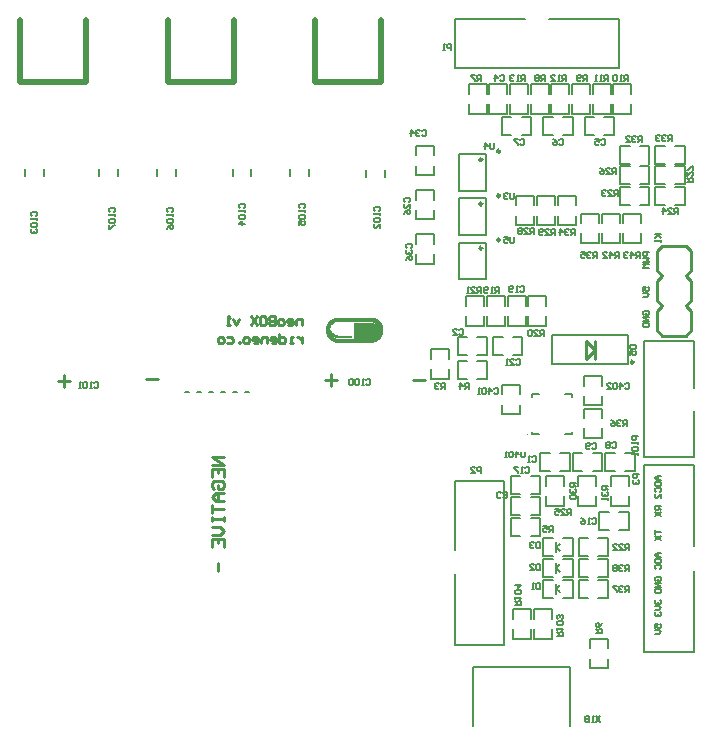
<source format=gbo>
G04 Layer_Color=32896*
%FSLAX25Y25*%
%MOIN*%
G70*
G01*
G75*
%ADD30C,0.01000*%
%ADD87C,0.00984*%
%ADD89C,0.00700*%
%ADD90C,0.00787*%
%ADD91C,0.00500*%
%ADD126C,0.00394*%
%ADD127C,0.01968*%
%ADD128C,0.00100*%
D30*
X-33941Y-111327D02*
Y-111327D01*
X-36894Y-108374D02*
X-33941Y-111327D01*
X-36894Y-114279D02*
Y-108374D01*
Y-114279D02*
X-33941Y-111327D01*
Y-114279D02*
Y-108374D01*
X-11575Y-106693D02*
X-3701D01*
X-1890Y-104882D01*
Y-98504D01*
X-3701Y-96693D02*
X-1890Y-98504D01*
X-3701Y-96693D02*
X-1890Y-94882D01*
Y-88504D01*
X-3701Y-86693D02*
X-1890Y-88504D01*
X-3701Y-86693D02*
X-1890Y-84882D01*
Y-78504D01*
X-3701Y-76693D02*
X-1890Y-78504D01*
X-11575Y-76693D02*
X-3701D01*
X-13386Y-78504D02*
X-11575Y-76693D01*
X-13386Y-84882D02*
Y-78504D01*
Y-84882D02*
X-11575Y-86693D01*
X-13386Y-88504D02*
X-11575Y-86693D01*
X-13386Y-94882D02*
Y-88504D01*
Y-94882D02*
X-11575Y-96693D01*
X-13386Y-98504D02*
X-11575Y-96693D01*
X-13386Y-104882D02*
Y-98504D01*
Y-104882D02*
X-11575Y-106693D01*
X-131709Y-107237D02*
Y-109236D01*
Y-108237D01*
X-132209Y-107737D01*
X-132708Y-107237D01*
X-133208D01*
X-134708Y-109236D02*
X-135707D01*
X-135207D01*
Y-107237D01*
X-134708D01*
X-139206Y-106237D02*
Y-109236D01*
X-137707D01*
X-137207Y-108736D01*
Y-107737D01*
X-137707Y-107237D01*
X-139206D01*
X-141705Y-109236D02*
X-140706D01*
X-140206Y-108736D01*
Y-107737D01*
X-140706Y-107237D01*
X-141705D01*
X-142205Y-107737D01*
Y-108237D01*
X-140206D01*
X-143205Y-109236D02*
Y-107237D01*
X-144704D01*
X-145204Y-107737D01*
Y-109236D01*
X-147704D02*
X-146704D01*
X-146204Y-108736D01*
Y-107737D01*
X-146704Y-107237D01*
X-147704D01*
X-148203Y-107737D01*
Y-108237D01*
X-146204D01*
X-149703Y-109236D02*
X-150703D01*
X-151202Y-108736D01*
Y-107737D01*
X-150703Y-107237D01*
X-149703D01*
X-149203Y-107737D01*
Y-108736D01*
X-149703Y-109236D01*
X-152202D02*
Y-108736D01*
X-152702D01*
Y-109236D01*
X-152202D01*
X-156701Y-107237D02*
X-155201D01*
X-154701Y-107737D01*
Y-108736D01*
X-155201Y-109236D01*
X-156701D01*
X-158200D02*
X-159200D01*
X-159700Y-108736D01*
Y-107737D01*
X-159200Y-107237D01*
X-158200D01*
X-157700Y-107737D01*
Y-108736D01*
X-158200Y-109236D01*
X-131709Y-103237D02*
Y-101238D01*
X-133208D01*
X-133708Y-101738D01*
Y-103237D01*
X-136207D02*
X-135207D01*
X-134708Y-102737D01*
Y-101738D01*
X-135207Y-101238D01*
X-136207D01*
X-136707Y-101738D01*
Y-102238D01*
X-134708D01*
X-138207Y-103237D02*
X-139206D01*
X-139706Y-102737D01*
Y-101738D01*
X-139206Y-101238D01*
X-138207D01*
X-137707Y-101738D01*
Y-102737D01*
X-138207Y-103237D01*
X-140706Y-100238D02*
Y-103237D01*
X-142205D01*
X-142705Y-102737D01*
Y-102238D01*
X-142205Y-101738D01*
X-140706D01*
X-142205D01*
X-142705Y-101238D01*
Y-100738D01*
X-142205Y-100238D01*
X-140706D01*
X-145204D02*
X-144205D01*
X-143705Y-100738D01*
Y-102737D01*
X-144205Y-103237D01*
X-145204D01*
X-145704Y-102737D01*
Y-100738D01*
X-145204Y-100238D01*
X-146704D02*
X-148703Y-103237D01*
Y-100238D02*
X-146704Y-103237D01*
X-152702Y-101238D02*
X-153701Y-103237D01*
X-154701Y-101238D01*
X-155701Y-103237D02*
X-156701D01*
X-156201D01*
Y-100238D01*
X-155701Y-100738D01*
X-157480Y-147244D02*
X-161479D01*
X-157480Y-149910D01*
X-161479D01*
Y-153909D02*
Y-151243D01*
X-157480D01*
Y-153909D01*
X-159480Y-151243D02*
Y-152576D01*
X-160813Y-157907D02*
X-161479Y-157241D01*
Y-155908D01*
X-160813Y-155242D01*
X-158147D01*
X-157480Y-155908D01*
Y-157241D01*
X-158147Y-157907D01*
X-159480D01*
Y-156574D01*
X-157480Y-159240D02*
X-160146D01*
X-161479Y-160573D01*
X-160146Y-161906D01*
X-157480D01*
X-159480D01*
Y-159240D01*
X-161479Y-163239D02*
Y-165905D01*
Y-164572D01*
X-157480D01*
X-161479Y-167238D02*
Y-168571D01*
Y-167904D01*
X-157480D01*
Y-167238D01*
Y-168571D01*
X-161479Y-170570D02*
X-158813D01*
X-157480Y-171903D01*
X-158813Y-173236D01*
X-161479D01*
Y-177234D02*
Y-174569D01*
X-157480D01*
Y-177234D01*
X-159480Y-174569D02*
Y-175901D01*
Y-182566D02*
Y-185232D01*
X-94488Y-121503D02*
X-90490D01*
X-124016D02*
X-120017D01*
X-122016Y-123502D02*
Y-119504D01*
X-212992Y-121897D02*
X-208993D01*
X-210993Y-123896D02*
Y-119897D01*
X-183465Y-121109D02*
X-179466D01*
D87*
X-20965Y-115453D02*
G03*
X-20965Y-115453I-492J0D01*
G01*
X-65551Y-74705D02*
G03*
X-65551Y-74705I-492J0D01*
G01*
X-71457Y-77461D02*
G03*
X-71457Y-77461I-492J0D01*
G01*
X-65551Y-59941D02*
G03*
X-65551Y-59941I-492J0D01*
G01*
X-71457Y-62697D02*
G03*
X-71457Y-62697I-492J0D01*
G01*
X-65551Y-45177D02*
G03*
X-65551Y-45177I-492J0D01*
G01*
X-71457Y-47933D02*
G03*
X-71457Y-47933I-492J0D01*
G01*
D89*
X-74410Y-236811D02*
Y-216929D01*
X-59134D01*
X-42126D01*
Y-236811D02*
Y-216929D01*
X-48228Y-115945D02*
Y-106496D01*
Y-115945D02*
X-23031D01*
Y-106496D01*
X-48228D02*
X-23031D01*
X-29549Y-187056D02*
Y-181056D01*
X-39349Y-187056D02*
Y-181056D01*
Y-187056D02*
X-36189D01*
X-39349Y-181056D02*
X-36189D01*
X-32739D02*
X-29549D01*
X-32739Y-187056D02*
X-29549D01*
Y-193946D02*
Y-187946D01*
X-39349Y-193946D02*
Y-187946D01*
Y-193946D02*
X-36189D01*
X-39349Y-187946D02*
X-36189D01*
X-32739D02*
X-29549D01*
X-32739Y-193946D02*
X-29549D01*
X-29549Y-180166D02*
Y-174166D01*
X-39349Y-180166D02*
Y-174166D01*
Y-180166D02*
X-36189D01*
X-39349Y-174166D02*
X-36189D01*
X-32739D02*
X-29549D01*
X-32739Y-180166D02*
X-29549D01*
X-61987Y-173276D02*
Y-167276D01*
X-52187Y-173276D02*
Y-167276D01*
X-55347D02*
X-52187D01*
X-55347Y-173276D02*
X-52187D01*
X-61987D02*
X-58797D01*
X-61987Y-167276D02*
X-58797D01*
X-51160Y-180166D02*
Y-174166D01*
X-41360Y-180166D02*
Y-174166D01*
X-44520D02*
X-41360D01*
X-44520Y-180166D02*
X-41360D01*
X-51160D02*
X-47970D01*
X-51160Y-174166D02*
X-47970D01*
X-46860Y-177166D02*
X-45660Y-175966D01*
X-46860Y-177166D02*
X-45660Y-178366D01*
X-46860Y-178866D02*
Y-175466D01*
X-51160Y-187056D02*
Y-181056D01*
X-41360Y-187056D02*
Y-181056D01*
X-44520D02*
X-41360D01*
X-44520Y-187056D02*
X-41360D01*
X-51160D02*
X-47970D01*
X-51160Y-181056D02*
X-47970D01*
X-46860Y-184056D02*
X-45660Y-182856D01*
X-46860Y-184056D02*
X-45660Y-185256D01*
X-46860Y-185756D02*
Y-182356D01*
Y-192646D02*
Y-189246D01*
Y-190946D02*
X-45660Y-192146D01*
X-46860Y-190946D02*
X-45660Y-189746D01*
X-51160Y-193946D02*
Y-187946D01*
X-41360Y-193946D02*
Y-187946D01*
X-44520D02*
X-41360D01*
X-44520Y-193946D02*
X-41360D01*
X-51160D02*
X-47970D01*
X-51160Y-187946D02*
X-47970D01*
X-52187Y-166386D02*
Y-160386D01*
X-61987Y-166386D02*
Y-160386D01*
Y-166386D02*
X-58827D01*
X-61987Y-160386D02*
X-58827D01*
X-55377D02*
X-52187D01*
X-55377Y-166386D02*
X-52187Y-166386D01*
X-61268Y-197856D02*
X-55268D01*
X-61268Y-207656D02*
X-55268D01*
Y-204496D01*
X-61268Y-207656D02*
Y-204496D01*
Y-201046D02*
Y-197856D01*
X-55268Y-201046D02*
Y-197856D01*
X-54181D02*
X-48181D01*
X-54181Y-207656D02*
X-48181D01*
Y-204496D01*
X-54181Y-207656D02*
Y-204496D01*
Y-201046D02*
Y-197856D01*
X-48181Y-201046D02*
Y-197856D01*
X-24654Y-75766D02*
X-18654D01*
X-24654Y-65966D02*
X-18654D01*
X-24654Y-69126D02*
Y-65966D01*
X-18654Y-69126D02*
Y-65966D01*
Y-75766D02*
Y-72576D01*
X-24654Y-75766D02*
Y-72576D01*
X-31543Y-75766D02*
X-25543D01*
X-31543Y-65966D02*
X-25543D01*
X-31543Y-69126D02*
Y-65966D01*
X-25543Y-69126D02*
Y-65966D01*
Y-75766D02*
Y-72576D01*
X-31543Y-75766D02*
Y-72576D01*
X-38433Y-75766D02*
X-32433D01*
X-38433Y-65966D02*
X-32433D01*
X-38433Y-69126D02*
Y-65966D01*
X-32433Y-69126D02*
Y-65966D01*
Y-75766D02*
Y-72576D01*
X-38433Y-75766D02*
Y-72576D01*
X-46307Y-69861D02*
X-40307D01*
X-46307Y-60061D02*
X-40307D01*
X-46307Y-63221D02*
Y-60061D01*
X-40307Y-63221D02*
Y-60061D01*
Y-69861D02*
Y-66671D01*
X-46307Y-69861D02*
Y-66671D01*
X-3958Y-49260D02*
Y-43260D01*
X-13758Y-49260D02*
Y-43260D01*
Y-49260D02*
X-10598D01*
X-13758Y-43260D02*
X-10598D01*
X-7148D02*
X-3958D01*
X-7148Y-49260D02*
X-3958D01*
X-25569D02*
Y-43260D01*
X-15769Y-49260D02*
Y-43260D01*
X-18929D02*
X-15769D01*
X-25569Y-49260D02*
X-22379D01*
X-25569Y-43260D02*
X-22379D01*
X-60087Y-69861D02*
X-54087D01*
X-60087Y-60061D02*
X-54087D01*
X-60087Y-63221D02*
Y-60061D01*
X-54087Y-63221D02*
Y-60061D01*
Y-69861D02*
Y-66671D01*
X-60087Y-69861D02*
Y-66671D01*
X-3958Y-56150D02*
Y-50150D01*
X-13758Y-56150D02*
Y-50150D01*
Y-56150D02*
X-10598D01*
X-13758Y-50150D02*
X-10598D01*
X-7148D02*
X-3958D01*
X-7148Y-56150D02*
X-3958D01*
X-25569D02*
Y-50150D01*
X-15769Y-56150D02*
Y-50150D01*
X-18929D02*
X-15769D01*
X-18929Y-56150D02*
X-15769D01*
X-25569D02*
X-22379D01*
X-25569Y-50150D02*
X-22379D01*
X-3958Y-63039D02*
Y-57039D01*
X-13758Y-63039D02*
Y-57039D01*
Y-63039D02*
X-10598D01*
X-13758Y-57039D02*
X-10598D01*
X-7148D02*
X-3958D01*
X-7148Y-63039D02*
X-3958D01*
X-25569D02*
Y-57039D01*
X-15769Y-63039D02*
Y-57039D01*
X-18929D02*
X-15769D01*
X-18929Y-63039D02*
X-15769D01*
X-25569D02*
X-22379D01*
X-25569Y-57039D02*
X-22379D01*
X-76819Y-93525D02*
X-70819D01*
X-76819Y-103325D02*
X-70819D01*
Y-100165D01*
X-76819Y-103325D02*
Y-100165D01*
Y-96715D02*
Y-93525D01*
X-70819Y-96715D02*
Y-93525D01*
X-56150D02*
X-50150D01*
X-56150Y-103325D02*
X-50150D01*
Y-100165D01*
X-56150Y-103325D02*
Y-100165D01*
Y-96715D02*
Y-93525D01*
X-50150Y-96715D02*
Y-93525D01*
X-69929D02*
X-63929D01*
X-69929Y-103325D02*
X-63929D01*
Y-100165D01*
X-69929Y-103325D02*
Y-100165D01*
Y-96715D02*
Y-93525D01*
X-63929Y-96715D02*
Y-93525D01*
X-62252Y-32600D02*
X-56252D01*
X-62252Y-22800D02*
X-56252D01*
X-62252Y-25960D02*
Y-22800D01*
X-56252Y-25960D02*
Y-22800D01*
Y-32600D02*
Y-29410D01*
X-62252Y-32600D02*
Y-29410D01*
X-48472Y-32600D02*
X-42472D01*
X-48472Y-22800D02*
X-42472D01*
X-48472Y-25960D02*
Y-22800D01*
X-42472Y-25960D02*
Y-22800D01*
Y-32600D02*
Y-29410D01*
X-48472Y-32600D02*
Y-29410D01*
X-34693Y-32600D02*
X-28693D01*
X-34693Y-22800D02*
X-28693D01*
X-34693Y-25960D02*
Y-22800D01*
X-28693Y-25960D02*
Y-22800D01*
Y-32600D02*
Y-29410D01*
X-34693Y-32600D02*
Y-29410D01*
X-27803Y-22800D02*
X-21803D01*
X-27803Y-32600D02*
X-21803D01*
Y-29440D01*
X-27803Y-32600D02*
Y-29440D01*
Y-25990D02*
Y-22800D01*
X-21803Y-25990D02*
Y-22800D01*
X-41583D02*
X-35583D01*
X-41583Y-32600D02*
X-35583D01*
Y-29440D01*
X-41583Y-32600D02*
Y-29440D01*
Y-25990D02*
Y-22800D01*
X-35583Y-25990D02*
Y-22800D01*
X-55362D02*
X-49362D01*
X-55362Y-32600D02*
X-49362D01*
Y-29440D01*
X-55362Y-32600D02*
Y-29440D01*
Y-25990D02*
Y-22800D01*
X-49362Y-25990D02*
Y-22800D01*
X-76032Y-32600D02*
X-70031D01*
X-76032Y-22800D02*
X-70031D01*
X-76032Y-25960D02*
Y-22800D01*
X-70031Y-25960D02*
Y-22800D01*
Y-32600D02*
Y-29410D01*
X-76032Y-32600D02*
Y-29410D01*
X-79703Y-121111D02*
Y-115111D01*
X-69902Y-121111D02*
Y-115111D01*
X-73062D02*
X-69902D01*
X-73062Y-121111D02*
X-69902D01*
X-79703D02*
X-76512D01*
X-79703Y-115111D02*
X-76512D01*
X-88630Y-121042D02*
X-82630D01*
X-88630Y-111242D02*
X-82630D01*
X-88630Y-114402D02*
Y-111242D01*
X-82630Y-114402D02*
Y-111242D01*
Y-121042D02*
Y-117852D01*
X-88630Y-121042D02*
Y-117852D01*
X-984Y-176772D02*
Y-149606D01*
X-17520D02*
X-984D01*
X-17520Y-212205D02*
Y-149606D01*
Y-212205D02*
X-984D01*
Y-185039D01*
X-80709Y-178150D02*
Y-154921D01*
X-64173D01*
Y-209646D02*
Y-154921D01*
X-80709Y-209646D02*
X-64173D01*
X-80709D02*
Y-186024D01*
X-49212Y-984D02*
X-25984D01*
Y-17519D02*
Y-984D01*
X-80708Y-17519D02*
X-25984D01*
X-80708D02*
Y-984D01*
X-57086D01*
X-985Y-124016D02*
Y-108268D01*
X-17520D02*
X-985D01*
X-17520Y-147244D02*
Y-108268D01*
Y-147244D02*
X-985D01*
Y-131890D01*
X-67892Y-113236D02*
Y-107236D01*
X-58092Y-113236D02*
Y-107236D01*
X-61252D02*
X-58092D01*
X-61252Y-113236D02*
X-58092D01*
X-67892D02*
X-64702D01*
X-67892Y-107236D02*
X-64702D01*
X-63039Y-93525D02*
X-57039D01*
X-63039Y-103325D02*
X-57039D01*
Y-100165D01*
X-63039Y-103325D02*
Y-100165D01*
Y-96715D02*
Y-93525D01*
X-57039Y-96715D02*
Y-93525D01*
X-52187Y-159496D02*
Y-153496D01*
X-61987Y-159496D02*
Y-153496D01*
Y-159496D02*
X-58827D01*
X-61987Y-153496D02*
X-58827D01*
X-55377D02*
X-52187D01*
X-55377Y-159496D02*
X-52187D01*
X-22659Y-171307D02*
Y-165307D01*
X-32459Y-171307D02*
Y-165307D01*
Y-171307D02*
X-29299D01*
X-32459Y-165307D02*
X-29299D01*
X-25849D02*
X-22659D01*
X-25849Y-171307D02*
X-22659D01*
X-55139Y-39670D02*
Y-33670D01*
X-64939Y-39670D02*
Y-33670D01*
Y-39670D02*
X-61779D01*
X-64939Y-33670D02*
X-61779D01*
X-58329D02*
X-55139D01*
X-58329Y-39670D02*
X-55139D01*
X-41360D02*
Y-33670D01*
X-51160Y-39670D02*
Y-33670D01*
Y-39670D02*
X-48000D01*
X-51160Y-33670D02*
X-48000D01*
X-44550D02*
X-41360D01*
X-44550Y-39670D02*
X-41360D01*
X-27580D02*
Y-33670D01*
X-37380Y-39670D02*
Y-33670D01*
Y-39670D02*
X-34220D01*
X-37380Y-33670D02*
X-34220D01*
X-30770D02*
X-27580D01*
X-30770Y-39670D02*
X-27580D01*
X-69142Y-22800D02*
X-63142D01*
X-69142Y-32600D02*
X-63142D01*
Y-29440D01*
X-69142Y-32600D02*
Y-29440D01*
Y-25990D02*
Y-22800D01*
X-63142Y-25990D02*
Y-22800D01*
X-69902Y-113237D02*
Y-107237D01*
X-79703Y-113237D02*
Y-107237D01*
Y-113237D02*
X-76543D01*
X-79703Y-107237D02*
X-76543D01*
X-73093D02*
X-69902D01*
X-73093Y-113237D02*
X-69902D01*
X-65008Y-132853D02*
Y-129663D01*
X-59008Y-132853D02*
Y-129663D01*
Y-126213D02*
Y-123053D01*
X-65008Y-126213D02*
Y-123053D01*
X-59008D01*
X-65008Y-132853D02*
X-59008D01*
X-29677Y-210888D02*
Y-207698D01*
X-35677Y-210888D02*
Y-207698D01*
Y-217498D02*
Y-214338D01*
X-29677Y-217498D02*
Y-214338D01*
X-35677Y-217498D02*
X-29677D01*
X-35677Y-207698D02*
X-29677D01*
X-53197Y-69861D02*
Y-66671D01*
X-47197Y-69861D02*
Y-66671D01*
Y-63221D02*
Y-60061D01*
X-53197Y-63221D02*
Y-60061D01*
X-47197D01*
X-53197Y-69861D02*
X-47197D01*
X-93551Y-82656D02*
X-87551D01*
X-93551Y-72856D02*
X-87551D01*
X-93551Y-76016D02*
Y-72856D01*
X-87551Y-76016D02*
Y-72856D01*
Y-82656D02*
Y-79466D01*
X-93551Y-82656D02*
Y-79466D01*
X-30491Y-151622D02*
Y-145622D01*
X-20691Y-151622D02*
Y-145622D01*
X-23851D02*
X-20691D01*
X-23851Y-151622D02*
X-20691D01*
X-30491D02*
X-27301D01*
X-30491Y-145622D02*
X-27301D01*
X-93551Y-53128D02*
X-87551D01*
X-93551Y-43328D02*
X-87551D01*
X-93551Y-46488D02*
Y-43328D01*
X-87551Y-46488D02*
Y-43328D01*
Y-53128D02*
Y-49938D01*
X-93551Y-53128D02*
Y-49938D01*
X-41317Y-151622D02*
Y-145622D01*
X-31517Y-151622D02*
Y-145622D01*
X-34677D02*
X-31517D01*
X-34677Y-151622D02*
X-31517D01*
X-41317D02*
X-38127D01*
X-41317Y-145622D02*
X-38127D01*
X-93551Y-67892D02*
X-87551D01*
X-93551Y-58092D02*
X-87551D01*
X-93551Y-61252D02*
Y-58092D01*
X-87551Y-61252D02*
Y-58092D01*
Y-67892D02*
Y-64702D01*
X-93551Y-67892D02*
Y-64702D01*
X-52144Y-151622D02*
Y-145622D01*
X-42344Y-151622D02*
Y-145622D01*
X-45504D02*
X-42344D01*
X-45504Y-151622D02*
X-42344D01*
X-52144D02*
X-48954D01*
X-52144Y-145622D02*
X-48954D01*
X-28591Y-163365D02*
Y-160175D01*
X-22591Y-163365D02*
Y-160175D01*
Y-156725D02*
Y-153565D01*
X-28591Y-156725D02*
Y-153565D01*
X-22591D01*
X-28591Y-163365D02*
X-22591D01*
X-39417D02*
Y-160175D01*
X-33417Y-163365D02*
Y-160175D01*
Y-156725D02*
Y-153565D01*
X-39417Y-156725D02*
Y-153565D01*
X-33417D01*
X-39417Y-163365D02*
X-33417D01*
X-50244D02*
Y-160175D01*
X-44244Y-163365D02*
Y-160175D01*
Y-156725D02*
Y-153565D01*
X-50244Y-156725D02*
Y-153565D01*
X-44244D01*
X-50244Y-163365D02*
X-44244D01*
X-37449Y-129900D02*
Y-126710D01*
X-31449Y-129900D02*
Y-126710D01*
Y-123260D02*
Y-120100D01*
X-37449Y-123260D02*
Y-120100D01*
X-31449D01*
X-37449Y-129900D02*
X-31449D01*
X-37449Y-140727D02*
X-31449D01*
X-37449Y-130927D02*
X-31449D01*
X-37449Y-134087D02*
Y-130927D01*
X-31449Y-134087D02*
Y-130927D01*
Y-140727D02*
Y-137537D01*
X-37449Y-140727D02*
Y-137537D01*
D90*
X-199213Y-53543D02*
Y-51181D01*
X-192913Y-53543D02*
Y-51181D01*
X-54921Y-139567D02*
Y-138779D01*
Y-126969D02*
Y-126181D01*
X-41535Y-139567D02*
Y-138779D01*
Y-126969D02*
Y-126181D01*
X-54921Y-139567D02*
X-52539D01*
X-43917D02*
X-41535D01*
X-54921Y-126181D02*
X-52539D01*
X-43917D02*
X-41535D01*
X-110236Y-53642D02*
Y-51279D01*
X-103937Y-53642D02*
Y-51279D01*
X-224016Y-53543D02*
Y-51181D01*
X-217717Y-53543D02*
Y-51181D01*
X-148425Y-53543D02*
Y-51181D01*
X-154724Y-53543D02*
Y-51181D01*
X-129134Y-53543D02*
Y-51181D01*
X-135433Y-53543D02*
Y-51181D01*
X-179921Y-53543D02*
Y-51181D01*
X-173622Y-53543D02*
Y-51181D01*
X-79331Y-75590D02*
X-70276D01*
X-79331Y-87795D02*
X-70276D01*
Y-75590D01*
X-79331Y-87795D02*
Y-75590D01*
Y-60827D02*
X-70276D01*
X-79331Y-73032D02*
X-70276D01*
Y-60827D01*
X-79331Y-73032D02*
Y-60827D01*
Y-46063D02*
X-70276D01*
X-79331Y-58268D02*
X-70276D01*
Y-46063D01*
X-79331Y-58268D02*
Y-46063D01*
D91*
X-23228Y-136614D02*
Y-134615D01*
X-24228D01*
X-24561Y-134948D01*
Y-135615D01*
X-24228Y-135948D01*
X-23228D01*
X-23895D02*
X-24561Y-136614D01*
X-25228Y-134948D02*
X-25561Y-134615D01*
X-26227D01*
X-26561Y-134948D01*
Y-135281D01*
X-26227Y-135615D01*
X-25894D01*
X-26227D01*
X-26561Y-135948D01*
Y-136281D01*
X-26227Y-136614D01*
X-25561D01*
X-25228Y-136281D01*
X-28560Y-134615D02*
X-27893Y-134948D01*
X-27227Y-135615D01*
Y-136281D01*
X-27560Y-136614D01*
X-28227D01*
X-28560Y-136281D01*
Y-135948D01*
X-28227Y-135615D01*
X-27227D01*
X-23774Y-122743D02*
X-23441Y-122410D01*
X-22774D01*
X-22441Y-122743D01*
Y-124076D01*
X-22774Y-124409D01*
X-23441D01*
X-23774Y-124076D01*
X-25440Y-124409D02*
Y-122410D01*
X-24440Y-123410D01*
X-25773D01*
X-26440Y-122743D02*
X-26773Y-122410D01*
X-27439D01*
X-27773Y-122743D01*
Y-124076D01*
X-27439Y-124409D01*
X-26773D01*
X-26440Y-124076D01*
Y-122743D01*
X-29772Y-124409D02*
X-28439D01*
X-29772Y-123076D01*
Y-122743D01*
X-29439Y-122410D01*
X-28772D01*
X-28439Y-122743D01*
X-67716Y-42489D02*
Y-44155D01*
X-68050Y-44488D01*
X-68716D01*
X-69049Y-44155D01*
Y-42489D01*
X-70716Y-44488D02*
Y-42489D01*
X-69716Y-43488D01*
X-71049D01*
X-61024Y-59024D02*
Y-60690D01*
X-61357Y-61024D01*
X-62023D01*
X-62357Y-60690D01*
Y-59024D01*
X-63023Y-59358D02*
X-63356Y-59024D01*
X-64023D01*
X-64356Y-59358D01*
Y-59691D01*
X-64023Y-60024D01*
X-63689D01*
X-64023D01*
X-64356Y-60357D01*
Y-60690D01*
X-64023Y-61024D01*
X-63356D01*
X-63023Y-60690D01*
X-61024Y-73591D02*
Y-75257D01*
X-61357Y-75590D01*
X-62023D01*
X-62357Y-75257D01*
Y-73591D01*
X-64356D02*
X-63023D01*
Y-74591D01*
X-63689Y-74258D01*
X-64023D01*
X-64356Y-74591D01*
Y-75257D01*
X-64023Y-75590D01*
X-63356D01*
X-63023Y-75257D01*
X-41732Y-166535D02*
Y-164536D01*
X-42732D01*
X-43065Y-164869D01*
Y-165536D01*
X-42732Y-165869D01*
X-41732D01*
X-42399D02*
X-43065Y-166535D01*
X-45064D02*
X-43732D01*
X-45064Y-165202D01*
Y-164869D01*
X-44731Y-164536D01*
X-44065D01*
X-43732Y-164869D01*
X-47064Y-164536D02*
X-45731D01*
Y-165536D01*
X-46397Y-165202D01*
X-46731D01*
X-47064Y-165536D01*
Y-166202D01*
X-46731Y-166535D01*
X-46064D01*
X-45731Y-166202D01*
X-40157Y-155905D02*
X-42157D01*
Y-156905D01*
X-41824Y-157238D01*
X-41157D01*
X-40824Y-156905D01*
Y-155905D01*
Y-156572D02*
X-40157Y-157238D01*
X-41824Y-157905D02*
X-42157Y-158238D01*
Y-158905D01*
X-41824Y-159238D01*
X-41490D01*
X-41157Y-158905D01*
Y-158571D01*
Y-158905D01*
X-40824Y-159238D01*
X-40491D01*
X-40157Y-158905D01*
Y-158238D01*
X-40491Y-157905D01*
X-41824Y-159904D02*
X-42157Y-160237D01*
Y-160904D01*
X-41824Y-161237D01*
X-40491D01*
X-40157Y-160904D01*
Y-160237D01*
X-40491Y-159904D01*
X-41824D01*
X-29528Y-156693D02*
X-31527D01*
Y-157693D01*
X-31194Y-158026D01*
X-30527D01*
X-30194Y-157693D01*
Y-156693D01*
Y-157359D02*
X-29528Y-158026D01*
X-31194Y-158692D02*
X-31527Y-159026D01*
Y-159692D01*
X-31194Y-160025D01*
X-30860D01*
X-30527Y-159692D01*
Y-159359D01*
Y-159692D01*
X-30194Y-160025D01*
X-29861D01*
X-29528Y-159692D01*
Y-159026D01*
X-29861Y-158692D01*
X-29528Y-160692D02*
Y-161358D01*
Y-161025D01*
X-31527D01*
X-31194Y-160692D01*
X-54876Y-147153D02*
X-54543Y-146820D01*
X-53877D01*
X-53543Y-147153D01*
Y-148486D01*
X-53877Y-148819D01*
X-54543D01*
X-54876Y-148486D01*
X-55543Y-148819D02*
X-56209D01*
X-55876D01*
Y-146820D01*
X-55543Y-147153D01*
X-97335Y-61963D02*
X-97669Y-61630D01*
Y-60963D01*
X-97335Y-60630D01*
X-96003D01*
X-95669Y-60963D01*
Y-61630D01*
X-96003Y-61963D01*
X-95669Y-63962D02*
Y-62629D01*
X-97002Y-63962D01*
X-97335D01*
X-97669Y-63629D01*
Y-62963D01*
X-97335Y-62629D01*
X-97669Y-65961D02*
X-97335Y-65295D01*
X-96669Y-64629D01*
X-96003D01*
X-95669Y-64962D01*
Y-65628D01*
X-96003Y-65961D01*
X-96336D01*
X-96669Y-65628D01*
Y-64629D01*
X-34797Y-142822D02*
X-34464Y-142489D01*
X-33798D01*
X-33465Y-142822D01*
Y-144155D01*
X-33798Y-144488D01*
X-34464D01*
X-34797Y-144155D01*
X-35464D02*
X-35797Y-144488D01*
X-36464D01*
X-36797Y-144155D01*
Y-142822D01*
X-36464Y-142489D01*
X-35797D01*
X-35464Y-142822D01*
Y-143155D01*
X-35797Y-143489D01*
X-36797D01*
X-91490Y-38491D02*
X-91157Y-38158D01*
X-90491D01*
X-90158Y-38491D01*
Y-39824D01*
X-90491Y-40157D01*
X-91157D01*
X-91490Y-39824D01*
X-92157Y-38491D02*
X-92490Y-38158D01*
X-93156D01*
X-93490Y-38491D01*
Y-38825D01*
X-93156Y-39158D01*
X-92823D01*
X-93156D01*
X-93490Y-39491D01*
Y-39824D01*
X-93156Y-40157D01*
X-92490D01*
X-92157Y-39824D01*
X-95156Y-40157D02*
Y-38158D01*
X-94156Y-39158D01*
X-95489D01*
X-28105Y-142428D02*
X-27771Y-142095D01*
X-27105D01*
X-26772Y-142428D01*
Y-143761D01*
X-27105Y-144095D01*
X-27771D01*
X-28105Y-143761D01*
X-28771Y-142428D02*
X-29104Y-142095D01*
X-29771D01*
X-30104Y-142428D01*
Y-142762D01*
X-29771Y-143095D01*
X-30104Y-143428D01*
Y-143761D01*
X-29771Y-144095D01*
X-29104D01*
X-28771Y-143761D01*
Y-143428D01*
X-29104Y-143095D01*
X-28771Y-142762D01*
Y-142428D01*
X-29104Y-143095D02*
X-29771D01*
X-96548Y-77317D02*
X-96881Y-76984D01*
Y-76318D01*
X-96548Y-75984D01*
X-95215D01*
X-94882Y-76318D01*
Y-76984D01*
X-95215Y-77317D01*
X-96548Y-77984D02*
X-96881Y-78317D01*
Y-78983D01*
X-96548Y-79317D01*
X-96215D01*
X-95882Y-78983D01*
Y-78650D01*
Y-78983D01*
X-95548Y-79317D01*
X-95215D01*
X-94882Y-78983D01*
Y-78317D01*
X-95215Y-77984D01*
X-96881Y-81316D02*
X-96548Y-80649D01*
X-95882Y-79983D01*
X-95215D01*
X-94882Y-80316D01*
Y-80983D01*
X-95215Y-81316D01*
X-95548D01*
X-95882Y-80983D01*
Y-79983D01*
X-176272Y-65506D02*
X-176606Y-65173D01*
Y-64506D01*
X-176272Y-64173D01*
X-174940D01*
X-174606Y-64506D01*
Y-65173D01*
X-174940Y-65506D01*
X-174606Y-66173D02*
Y-66839D01*
Y-66506D01*
X-176606D01*
X-176272Y-66173D01*
Y-67839D02*
X-176606Y-68172D01*
Y-68838D01*
X-176272Y-69172D01*
X-174940D01*
X-174606Y-68838D01*
Y-68172D01*
X-174940Y-67839D01*
X-176272D01*
X-176606Y-71171D02*
X-176272Y-70504D01*
X-175606Y-69838D01*
X-174940D01*
X-174606Y-70171D01*
Y-70838D01*
X-174940Y-71171D01*
X-175273D01*
X-175606Y-70838D01*
Y-69838D01*
X-132375Y-63931D02*
X-132708Y-63598D01*
Y-62932D01*
X-132375Y-62598D01*
X-131042D01*
X-130709Y-62932D01*
Y-63598D01*
X-131042Y-63931D01*
X-130709Y-64598D02*
Y-65264D01*
Y-64931D01*
X-132708D01*
X-132375Y-64598D01*
Y-66264D02*
X-132708Y-66597D01*
Y-67264D01*
X-132375Y-67597D01*
X-131042D01*
X-130709Y-67264D01*
Y-66597D01*
X-131042Y-66264D01*
X-132375D01*
X-132708Y-69596D02*
Y-68263D01*
X-131708D01*
X-132042Y-68930D01*
Y-69263D01*
X-131708Y-69596D01*
X-131042D01*
X-130709Y-69263D01*
Y-68597D01*
X-131042Y-68263D01*
X-152257Y-63931D02*
X-152590Y-63598D01*
Y-62932D01*
X-152257Y-62598D01*
X-150924D01*
X-150591Y-62932D01*
Y-63598D01*
X-150924Y-63931D01*
X-150591Y-64598D02*
Y-65264D01*
Y-64931D01*
X-152590D01*
X-152257Y-64598D01*
Y-66264D02*
X-152590Y-66597D01*
Y-67264D01*
X-152257Y-67597D01*
X-150924D01*
X-150591Y-67264D01*
Y-66597D01*
X-150924Y-66264D01*
X-152257D01*
X-150591Y-69263D02*
X-152590D01*
X-151590Y-68263D01*
Y-69596D01*
X-221548Y-66687D02*
X-221881Y-66354D01*
Y-65688D01*
X-221548Y-65354D01*
X-220215D01*
X-219882Y-65688D01*
Y-66354D01*
X-220215Y-66687D01*
X-219882Y-67354D02*
Y-68020D01*
Y-67687D01*
X-221881D01*
X-221548Y-67354D01*
Y-69020D02*
X-221881Y-69353D01*
Y-70020D01*
X-221548Y-70353D01*
X-220215D01*
X-219882Y-70020D01*
Y-69353D01*
X-220215Y-69020D01*
X-221548D01*
Y-71019D02*
X-221881Y-71352D01*
Y-72019D01*
X-221548Y-72352D01*
X-221215D01*
X-220882Y-72019D01*
Y-71686D01*
Y-72019D01*
X-220548Y-72352D01*
X-220215D01*
X-219882Y-72019D01*
Y-71352D01*
X-220215Y-71019D01*
X-107178Y-65211D02*
X-107511Y-64878D01*
Y-64211D01*
X-107178Y-63878D01*
X-105845D01*
X-105512Y-64211D01*
Y-64878D01*
X-105845Y-65211D01*
X-105512Y-65877D02*
Y-66544D01*
Y-66211D01*
X-107511D01*
X-107178Y-65877D01*
Y-67543D02*
X-107511Y-67877D01*
Y-68543D01*
X-107178Y-68876D01*
X-105845D01*
X-105512Y-68543D01*
Y-67877D01*
X-105845Y-67543D01*
X-107178D01*
X-105512Y-70876D02*
Y-69543D01*
X-106845Y-70876D01*
X-107178D01*
X-107511Y-70542D01*
Y-69876D01*
X-107178Y-69543D01*
X-47244Y-73228D02*
Y-71229D01*
X-48244D01*
X-48577Y-71562D01*
Y-72229D01*
X-48244Y-72562D01*
X-47244D01*
X-47910D02*
X-48577Y-73228D01*
X-50576D02*
X-49243D01*
X-50576Y-71895D01*
Y-71562D01*
X-50243Y-71229D01*
X-49577D01*
X-49243Y-71562D01*
X-51243Y-72895D02*
X-51576Y-73228D01*
X-52242D01*
X-52576Y-72895D01*
Y-71562D01*
X-52242Y-71229D01*
X-51576D01*
X-51243Y-71562D01*
Y-71895D01*
X-51576Y-72229D01*
X-52576D01*
X-201018Y-122350D02*
X-200685Y-122016D01*
X-200019D01*
X-199685Y-122350D01*
Y-123683D01*
X-200019Y-124016D01*
X-200685D01*
X-201018Y-123683D01*
X-201685Y-124016D02*
X-202351D01*
X-202018D01*
Y-122016D01*
X-201685Y-122350D01*
X-203351D02*
X-203684Y-122016D01*
X-204351D01*
X-204684Y-122350D01*
Y-123683D01*
X-204351Y-124016D01*
X-203684D01*
X-203351Y-123683D01*
Y-122350D01*
X-205350Y-124016D02*
X-206017D01*
X-205683D01*
Y-122016D01*
X-205350Y-122350D01*
X-110388Y-121562D02*
X-110055Y-121229D01*
X-109388D01*
X-109055Y-121562D01*
Y-122895D01*
X-109388Y-123228D01*
X-110055D01*
X-110388Y-122895D01*
X-111055Y-123228D02*
X-111721D01*
X-111388D01*
Y-121229D01*
X-111055Y-121562D01*
X-112721D02*
X-113054Y-121229D01*
X-113720D01*
X-114053Y-121562D01*
Y-122895D01*
X-113720Y-123228D01*
X-113054D01*
X-112721Y-122895D01*
Y-121562D01*
X-114720D02*
X-115053Y-121229D01*
X-115720D01*
X-116053Y-121562D01*
Y-122895D01*
X-115720Y-123228D01*
X-115053D01*
X-114720Y-122895D01*
Y-121562D01*
X-33661Y-205709D02*
X-31662D01*
Y-204709D01*
X-31995Y-204376D01*
X-32662D01*
X-32995Y-204709D01*
Y-205709D01*
Y-205042D02*
X-33661Y-204376D01*
X-31662Y-202376D02*
X-31995Y-203043D01*
X-32662Y-203709D01*
X-33328D01*
X-33661Y-203376D01*
Y-202710D01*
X-33328Y-202376D01*
X-32995D01*
X-32662Y-202710D01*
Y-203709D01*
X-67475Y-124318D02*
X-67141Y-123985D01*
X-66475D01*
X-66142Y-124318D01*
Y-125651D01*
X-66475Y-125984D01*
X-67141D01*
X-67475Y-125651D01*
X-69141Y-125984D02*
Y-123985D01*
X-68141Y-124985D01*
X-69474D01*
X-70140Y-124318D02*
X-70474Y-123985D01*
X-71140D01*
X-71473Y-124318D01*
Y-125651D01*
X-71140Y-125984D01*
X-70474D01*
X-70140Y-125651D01*
Y-124318D01*
X-72140Y-125984D02*
X-72806D01*
X-72473D01*
Y-123985D01*
X-72140Y-124318D01*
X-79286Y-104633D02*
X-78952Y-104300D01*
X-78286D01*
X-77953Y-104633D01*
Y-105966D01*
X-78286Y-106299D01*
X-78952D01*
X-79286Y-105966D01*
X-81285Y-106299D02*
X-79952D01*
X-81285Y-104966D01*
Y-104633D01*
X-80952Y-104300D01*
X-80285D01*
X-79952Y-104633D01*
X-65506Y-20128D02*
X-65173Y-19795D01*
X-64507D01*
X-64173Y-20128D01*
Y-21461D01*
X-64507Y-21794D01*
X-65173D01*
X-65506Y-21461D01*
X-67172Y-21794D02*
Y-19795D01*
X-66173Y-20795D01*
X-67506D01*
X-32042Y-41247D02*
X-31708Y-40914D01*
X-31042D01*
X-30709Y-41247D01*
Y-42580D01*
X-31042Y-42913D01*
X-31708D01*
X-32042Y-42580D01*
X-34041Y-40914D02*
X-32708D01*
Y-41914D01*
X-33375Y-41581D01*
X-33708D01*
X-34041Y-41914D01*
Y-42580D01*
X-33708Y-42913D01*
X-33041D01*
X-32708Y-42580D01*
X-45821Y-41247D02*
X-45488Y-40914D01*
X-44821D01*
X-44488Y-41247D01*
Y-42580D01*
X-44821Y-42913D01*
X-45488D01*
X-45821Y-42580D01*
X-47820Y-40914D02*
X-47154Y-41247D01*
X-46488Y-41914D01*
Y-42580D01*
X-46821Y-42913D01*
X-47487D01*
X-47820Y-42580D01*
Y-42247D01*
X-47487Y-41914D01*
X-46488D01*
X-58813Y-41247D02*
X-58480Y-40914D01*
X-57814D01*
X-57480Y-41247D01*
Y-42580D01*
X-57814Y-42913D01*
X-58480D01*
X-58813Y-42580D01*
X-59480Y-40914D02*
X-60813D01*
Y-41247D01*
X-59480Y-42580D01*
Y-42913D01*
X-34797Y-167625D02*
X-34464Y-167292D01*
X-33798D01*
X-33465Y-167625D01*
Y-168958D01*
X-33798Y-169291D01*
X-34464D01*
X-34797Y-168958D01*
X-35464Y-169291D02*
X-36130D01*
X-35797D01*
Y-167292D01*
X-35464Y-167625D01*
X-38463Y-167292D02*
X-37797Y-167625D01*
X-37130Y-168292D01*
Y-168958D01*
X-37463Y-169291D01*
X-38130D01*
X-38463Y-168958D01*
Y-168625D01*
X-38130Y-168292D01*
X-37130D01*
X-57238Y-150696D02*
X-56905Y-150363D01*
X-56239D01*
X-55905Y-150696D01*
Y-152029D01*
X-56239Y-152362D01*
X-56905D01*
X-57238Y-152029D01*
X-57905Y-152362D02*
X-58571D01*
X-58238D01*
Y-150363D01*
X-57905Y-150696D01*
X-59571Y-150363D02*
X-60904D01*
Y-150696D01*
X-59571Y-152029D01*
Y-152362D01*
X-58813Y-90460D02*
X-58480Y-90127D01*
X-57814D01*
X-57480Y-90460D01*
Y-91793D01*
X-57814Y-92126D01*
X-58480D01*
X-58813Y-91793D01*
X-59480Y-92126D02*
X-60146D01*
X-59813D01*
Y-90127D01*
X-59480Y-90460D01*
X-61146Y-91793D02*
X-61479Y-92126D01*
X-62146D01*
X-62479Y-91793D01*
Y-90460D01*
X-62146Y-90127D01*
X-61479D01*
X-61146Y-90460D01*
Y-90793D01*
X-61479Y-91126D01*
X-62479D01*
X-60388Y-114869D02*
X-60055Y-114536D01*
X-59388D01*
X-59055Y-114869D01*
Y-116202D01*
X-59388Y-116535D01*
X-60055D01*
X-60388Y-116202D01*
X-62387Y-116535D02*
X-61054D01*
X-62387Y-115202D01*
Y-114869D01*
X-62054Y-114536D01*
X-61388D01*
X-61054Y-114869D01*
X-63054Y-116535D02*
X-63720D01*
X-63387D01*
Y-114536D01*
X-63054Y-114869D01*
X-22275Y-109646D02*
X-20276D01*
Y-110645D01*
X-20609Y-110979D01*
X-21942D01*
X-22275Y-110645D01*
Y-109646D01*
Y-112978D02*
Y-111645D01*
X-21275D01*
X-21609Y-112311D01*
Y-112645D01*
X-21275Y-112978D01*
X-20609D01*
X-20276Y-112645D01*
Y-111978D01*
X-20609Y-111645D01*
X-19686Y-140157D02*
X-21685D01*
Y-141157D01*
X-21352Y-141490D01*
X-20685D01*
X-20352Y-141157D01*
Y-140157D01*
X-19686Y-142157D02*
Y-142823D01*
Y-142490D01*
X-21685D01*
X-21352Y-142157D01*
Y-143823D02*
X-21685Y-144156D01*
Y-144823D01*
X-21352Y-145156D01*
X-20019D01*
X-19686Y-144823D01*
Y-144156D01*
X-20019Y-143823D01*
X-21352D01*
X-19686Y-145822D02*
Y-146489D01*
Y-146156D01*
X-21685D01*
X-21352Y-145822D01*
X-81890Y-11417D02*
Y-9418D01*
X-82889D01*
X-83223Y-9751D01*
Y-10418D01*
X-82889Y-10751D01*
X-81890D01*
X-83889Y-11417D02*
X-84556D01*
X-84222D01*
Y-9418D01*
X-83889Y-9751D01*
X-71850Y-152559D02*
Y-150560D01*
X-72850D01*
X-73183Y-150893D01*
Y-151559D01*
X-72850Y-151893D01*
X-71850D01*
X-75183Y-152559D02*
X-73850D01*
X-75183Y-151226D01*
Y-150893D01*
X-74849Y-150560D01*
X-74183D01*
X-73850Y-150893D01*
X-19291Y-152756D02*
X-21291D01*
Y-153756D01*
X-20957Y-154089D01*
X-20291D01*
X-19958Y-153756D01*
Y-152756D01*
X-20957Y-154755D02*
X-21291Y-155088D01*
Y-155755D01*
X-20957Y-156088D01*
X-20624D01*
X-20291Y-155755D01*
Y-155422D01*
Y-155755D01*
X-19958Y-156088D01*
X-19625D01*
X-19291Y-155755D01*
Y-155088D01*
X-19625Y-154755D01*
X-83858Y-124409D02*
Y-122410D01*
X-84858D01*
X-85191Y-122743D01*
Y-123410D01*
X-84858Y-123743D01*
X-83858D01*
X-84525D02*
X-85191Y-124409D01*
X-85858Y-122743D02*
X-86191Y-122410D01*
X-86857D01*
X-87191Y-122743D01*
Y-123076D01*
X-86857Y-123410D01*
X-86524D01*
X-86857D01*
X-87191Y-123743D01*
Y-124076D01*
X-86857Y-124409D01*
X-86191D01*
X-85858Y-124076D01*
X-75984Y-124409D02*
Y-122410D01*
X-76984D01*
X-77317Y-122743D01*
Y-123410D01*
X-76984Y-123743D01*
X-75984D01*
X-76651D02*
X-77317Y-124409D01*
X-78983D02*
Y-122410D01*
X-77984Y-123410D01*
X-79317D01*
X-72047Y-21794D02*
Y-19795D01*
X-73047D01*
X-73380Y-20128D01*
Y-20795D01*
X-73047Y-21128D01*
X-72047D01*
X-72714D02*
X-73380Y-21794D01*
X-74047Y-19795D02*
X-75379D01*
Y-20128D01*
X-74047Y-21461D01*
Y-21794D01*
X-50394D02*
Y-19795D01*
X-51393D01*
X-51727Y-20128D01*
Y-20795D01*
X-51393Y-21128D01*
X-50394D01*
X-51060D02*
X-51727Y-21794D01*
X-52393Y-20128D02*
X-52726Y-19795D01*
X-53393D01*
X-53726Y-20128D01*
Y-20461D01*
X-53393Y-20795D01*
X-53726Y-21128D01*
Y-21461D01*
X-53393Y-21794D01*
X-52726D01*
X-52393Y-21461D01*
Y-21128D01*
X-52726Y-20795D01*
X-52393Y-20461D01*
Y-20128D01*
X-52726Y-20795D02*
X-53393D01*
X-36614Y-21794D02*
Y-19795D01*
X-37614D01*
X-37947Y-20128D01*
Y-20795D01*
X-37614Y-21128D01*
X-36614D01*
X-37281D02*
X-37947Y-21794D01*
X-38614Y-21461D02*
X-38947Y-21794D01*
X-39613D01*
X-39946Y-21461D01*
Y-20128D01*
X-39613Y-19795D01*
X-38947D01*
X-38614Y-20128D01*
Y-20461D01*
X-38947Y-20795D01*
X-39946D01*
X-22835Y-21794D02*
Y-19795D01*
X-23834D01*
X-24168Y-20128D01*
Y-20795D01*
X-23834Y-21128D01*
X-22835D01*
X-23501D02*
X-24168Y-21794D01*
X-24834D02*
X-25500D01*
X-25167D01*
Y-19795D01*
X-24834Y-20128D01*
X-26500D02*
X-26833Y-19795D01*
X-27500D01*
X-27833Y-20128D01*
Y-21461D01*
X-27500Y-21794D01*
X-26833D01*
X-26500Y-21461D01*
Y-20128D01*
X-29724Y-21794D02*
Y-19795D01*
X-30724D01*
X-31057Y-20128D01*
Y-20795D01*
X-30724Y-21128D01*
X-29724D01*
X-30391D02*
X-31057Y-21794D01*
X-31724D02*
X-32390D01*
X-32057D01*
Y-19795D01*
X-31724Y-20128D01*
X-33390Y-21794D02*
X-34056D01*
X-33723D01*
Y-19795D01*
X-33390Y-20128D01*
X-43504Y-21794D02*
Y-19795D01*
X-44504D01*
X-44837Y-20128D01*
Y-20795D01*
X-44504Y-21128D01*
X-43504D01*
X-44170D02*
X-44837Y-21794D01*
X-45503D02*
X-46170D01*
X-45836D01*
Y-19795D01*
X-45503Y-20128D01*
X-48502Y-21794D02*
X-47169D01*
X-48502Y-20461D01*
Y-20128D01*
X-48169Y-19795D01*
X-47503D01*
X-47169Y-20128D01*
X-57284Y-21794D02*
Y-19795D01*
X-58283D01*
X-58616Y-20128D01*
Y-20795D01*
X-58283Y-21128D01*
X-57284D01*
X-57950D02*
X-58616Y-21794D01*
X-59283D02*
X-59949D01*
X-59616D01*
Y-19795D01*
X-59283Y-20128D01*
X-60949D02*
X-61282Y-19795D01*
X-61949D01*
X-62282Y-20128D01*
Y-20461D01*
X-61949Y-20795D01*
X-61615D01*
X-61949D01*
X-62282Y-21128D01*
Y-21461D01*
X-61949Y-21794D01*
X-61282D01*
X-60949Y-21461D01*
X-65748Y-92520D02*
Y-90520D01*
X-66748D01*
X-67081Y-90854D01*
Y-91520D01*
X-66748Y-91853D01*
X-65748D01*
X-66414D02*
X-67081Y-92520D01*
X-67747D02*
X-68414D01*
X-68081D01*
Y-90520D01*
X-67747Y-90854D01*
X-69414Y-92186D02*
X-69747Y-92520D01*
X-70413D01*
X-70746Y-92186D01*
Y-90854D01*
X-70413Y-90520D01*
X-69747D01*
X-69414Y-90854D01*
Y-91187D01*
X-69747Y-91520D01*
X-70746D01*
X-50787Y-106693D02*
Y-104694D01*
X-51787D01*
X-52120Y-105027D01*
Y-105693D01*
X-51787Y-106026D01*
X-50787D01*
X-51454D02*
X-52120Y-106693D01*
X-54120D02*
X-52787D01*
X-54120Y-105360D01*
Y-105027D01*
X-53786Y-104694D01*
X-53120D01*
X-52787Y-105027D01*
X-54786D02*
X-55119Y-104694D01*
X-55786D01*
X-56119Y-105027D01*
Y-106360D01*
X-55786Y-106693D01*
X-55119D01*
X-54786Y-106360D01*
Y-105027D01*
X-72047Y-92520D02*
Y-90520D01*
X-73047D01*
X-73380Y-90854D01*
Y-91520D01*
X-73047Y-91853D01*
X-72047D01*
X-72714D02*
X-73380Y-92520D01*
X-75380D02*
X-74047D01*
X-75380Y-91187D01*
Y-90854D01*
X-75046Y-90520D01*
X-74380D01*
X-74047Y-90854D01*
X-76046Y-92520D02*
X-76712D01*
X-76379D01*
Y-90520D01*
X-76046Y-90854D01*
X-26378Y-60236D02*
Y-58237D01*
X-27378D01*
X-27711Y-58570D01*
Y-59237D01*
X-27378Y-59570D01*
X-26378D01*
X-27044D02*
X-27711Y-60236D01*
X-29710D02*
X-28377D01*
X-29710Y-58903D01*
Y-58570D01*
X-29377Y-58237D01*
X-28710D01*
X-28377Y-58570D01*
X-30377D02*
X-30710Y-58237D01*
X-31376D01*
X-31710Y-58570D01*
Y-58903D01*
X-31376Y-59237D01*
X-31043D01*
X-31376D01*
X-31710Y-59570D01*
Y-59903D01*
X-31376Y-60236D01*
X-30710D01*
X-30377Y-59903D01*
X-6299Y-66142D02*
Y-64142D01*
X-7299D01*
X-7632Y-64476D01*
Y-65142D01*
X-7299Y-65475D01*
X-6299D01*
X-6966D02*
X-7632Y-66142D01*
X-9631D02*
X-8299D01*
X-9631Y-64809D01*
Y-64476D01*
X-9298Y-64142D01*
X-8632D01*
X-8299Y-64476D01*
X-11298Y-66142D02*
Y-64142D01*
X-10298Y-65142D01*
X-11631D01*
X-26772Y-52756D02*
Y-50757D01*
X-27771D01*
X-28105Y-51090D01*
Y-51756D01*
X-27771Y-52090D01*
X-26772D01*
X-27438D02*
X-28105Y-52756D01*
X-30104D02*
X-28771D01*
X-30104Y-51423D01*
Y-51090D01*
X-29771Y-50757D01*
X-29104D01*
X-28771Y-51090D01*
X-32103Y-50757D02*
X-31437Y-51090D01*
X-30770Y-51756D01*
Y-52423D01*
X-31104Y-52756D01*
X-31770D01*
X-32103Y-52423D01*
Y-52090D01*
X-31770Y-51756D01*
X-30770D01*
X-3150Y-55512D02*
X-1150D01*
Y-54512D01*
X-1484Y-54179D01*
X-2150D01*
X-2483Y-54512D01*
Y-55512D01*
Y-54845D02*
X-3150Y-54179D01*
Y-52180D02*
Y-53513D01*
X-1817Y-52180D01*
X-1484D01*
X-1150Y-52513D01*
Y-53179D01*
X-1484Y-53513D01*
X-1150Y-51513D02*
Y-50180D01*
X-1484D01*
X-2816Y-51513D01*
X-3150D01*
X-54331Y-72835D02*
Y-70835D01*
X-55330D01*
X-55664Y-71169D01*
Y-71835D01*
X-55330Y-72168D01*
X-54331D01*
X-54997D02*
X-55664Y-72835D01*
X-57663D02*
X-56330D01*
X-57663Y-71502D01*
Y-71169D01*
X-57330Y-70835D01*
X-56663D01*
X-56330Y-71169D01*
X-58329D02*
X-58663Y-70835D01*
X-59329D01*
X-59662Y-71169D01*
Y-71502D01*
X-59329Y-71835D01*
X-59662Y-72168D01*
Y-72501D01*
X-59329Y-72835D01*
X-58663D01*
X-58329Y-72501D01*
Y-72168D01*
X-58663Y-71835D01*
X-58329Y-71502D01*
Y-71169D01*
X-58663Y-71835D02*
X-59329D01*
X-18110Y-42126D02*
Y-40127D01*
X-19110D01*
X-19443Y-40460D01*
Y-41126D01*
X-19110Y-41460D01*
X-18110D01*
X-18777D02*
X-19443Y-42126D01*
X-20110Y-40460D02*
X-20443Y-40127D01*
X-21109D01*
X-21442Y-40460D01*
Y-40793D01*
X-21109Y-41126D01*
X-20776D01*
X-21109D01*
X-21442Y-41460D01*
Y-41793D01*
X-21109Y-42126D01*
X-20443D01*
X-20110Y-41793D01*
X-23442Y-42126D02*
X-22109D01*
X-23442Y-40793D01*
Y-40460D01*
X-23109Y-40127D01*
X-22442D01*
X-22109Y-40460D01*
X-8268Y-41732D02*
Y-39733D01*
X-9267D01*
X-9601Y-40066D01*
Y-40733D01*
X-9267Y-41066D01*
X-8268D01*
X-8934D02*
X-9601Y-41732D01*
X-10267Y-40066D02*
X-10600Y-39733D01*
X-11267D01*
X-11600Y-40066D01*
Y-40399D01*
X-11267Y-40733D01*
X-10933D01*
X-11267D01*
X-11600Y-41066D01*
Y-41399D01*
X-11267Y-41732D01*
X-10600D01*
X-10267Y-41399D01*
X-12266Y-40066D02*
X-12600Y-39733D01*
X-13266D01*
X-13599Y-40066D01*
Y-40399D01*
X-13266Y-40733D01*
X-12933D01*
X-13266D01*
X-13599Y-41066D01*
Y-41399D01*
X-13266Y-41732D01*
X-12600D01*
X-12266Y-41399D01*
X-40551Y-73228D02*
Y-71229D01*
X-41551D01*
X-41884Y-71562D01*
Y-72229D01*
X-41551Y-72562D01*
X-40551D01*
X-41218D02*
X-41884Y-73228D01*
X-42551Y-71562D02*
X-42884Y-71229D01*
X-43550D01*
X-43883Y-71562D01*
Y-71895D01*
X-43550Y-72229D01*
X-43217D01*
X-43550D01*
X-43883Y-72562D01*
Y-72895D01*
X-43550Y-73228D01*
X-42884D01*
X-42551Y-72895D01*
X-45550Y-73228D02*
Y-71229D01*
X-44550Y-72229D01*
X-45883D01*
X-33071Y-80709D02*
Y-78709D01*
X-34071D01*
X-34404Y-79043D01*
Y-79709D01*
X-34071Y-80042D01*
X-33071D01*
X-33737D02*
X-34404Y-80709D01*
X-35070Y-79043D02*
X-35403Y-78709D01*
X-36070D01*
X-36403Y-79043D01*
Y-79376D01*
X-36070Y-79709D01*
X-35737D01*
X-36070D01*
X-36403Y-80042D01*
Y-80375D01*
X-36070Y-80709D01*
X-35403D01*
X-35070Y-80375D01*
X-38403Y-78709D02*
X-37070D01*
Y-79709D01*
X-37736Y-79376D01*
X-38069D01*
X-38403Y-79709D01*
Y-80375D01*
X-38069Y-80709D01*
X-37403D01*
X-37070Y-80375D01*
X-25984Y-80709D02*
Y-78709D01*
X-26984D01*
X-27317Y-79043D01*
Y-79709D01*
X-26984Y-80042D01*
X-25984D01*
X-26651D02*
X-27317Y-80709D01*
X-28983D02*
Y-78709D01*
X-27984Y-79709D01*
X-29316D01*
X-31316Y-80709D02*
X-29983D01*
X-31316Y-79376D01*
Y-79043D01*
X-30983Y-78709D01*
X-30316D01*
X-29983Y-79043D01*
X-18898Y-80709D02*
Y-78709D01*
X-19897D01*
X-20231Y-79043D01*
Y-79709D01*
X-19897Y-80042D01*
X-18898D01*
X-19564D02*
X-20231Y-80709D01*
X-21897D02*
Y-78709D01*
X-20897Y-79709D01*
X-22230D01*
X-22896Y-79043D02*
X-23230Y-78709D01*
X-23896D01*
X-24229Y-79043D01*
Y-79376D01*
X-23896Y-79709D01*
X-23563D01*
X-23896D01*
X-24229Y-80042D01*
Y-80375D01*
X-23896Y-80709D01*
X-23230D01*
X-22896Y-80375D01*
X-46457Y-206693D02*
X-44457D01*
Y-205693D01*
X-44791Y-205360D01*
X-45457D01*
X-45790Y-205693D01*
Y-206693D01*
Y-206027D02*
X-46457Y-205360D01*
Y-204694D02*
Y-204027D01*
Y-204360D01*
X-44457D01*
X-44791Y-204694D01*
Y-203027D02*
X-44457Y-202694D01*
Y-202028D01*
X-44791Y-201694D01*
X-46123D01*
X-46457Y-202028D01*
Y-202694D01*
X-46123Y-203027D01*
X-44791D01*
Y-201028D02*
X-44457Y-200695D01*
Y-200028D01*
X-44791Y-199695D01*
X-45124D01*
X-45457Y-200028D01*
Y-200362D01*
Y-200028D01*
X-45790Y-199695D01*
X-46123D01*
X-46457Y-200028D01*
Y-200695D01*
X-46123Y-201028D01*
X-60630Y-196457D02*
X-58631D01*
Y-195457D01*
X-58964Y-195124D01*
X-59630D01*
X-59964Y-195457D01*
Y-196457D01*
Y-195790D02*
X-60630Y-195124D01*
Y-194457D02*
Y-193791D01*
Y-194124D01*
X-58631D01*
X-58964Y-194457D01*
Y-192791D02*
X-58631Y-192458D01*
Y-191791D01*
X-58964Y-191458D01*
X-60297D01*
X-60630Y-191791D01*
Y-192458D01*
X-60297Y-192791D01*
X-58964D01*
X-60630Y-189792D02*
X-58631D01*
X-59630Y-190792D01*
Y-189459D01*
X-57283Y-145245D02*
Y-146911D01*
X-57617Y-147244D01*
X-58283D01*
X-58616Y-146911D01*
Y-145245D01*
X-60282Y-147244D02*
Y-145245D01*
X-59283Y-146244D01*
X-60616D01*
X-61282Y-145578D02*
X-61615Y-145245D01*
X-62282D01*
X-62615Y-145578D01*
Y-146911D01*
X-62282Y-147244D01*
X-61615D01*
X-61282Y-146911D01*
Y-145578D01*
X-63282Y-147244D02*
X-63948D01*
X-63615D01*
Y-145245D01*
X-63282Y-145578D01*
X-65203Y-160327D02*
X-65536Y-160661D01*
X-66202D01*
X-66536Y-160327D01*
Y-158995D01*
X-66202Y-158661D01*
X-65536D01*
X-65203Y-158995D01*
X-64536Y-160327D02*
X-64203Y-160661D01*
X-63537D01*
X-63203Y-160327D01*
Y-159994D01*
X-63537Y-159661D01*
X-63870D01*
X-63537D01*
X-63203Y-159328D01*
Y-158995D01*
X-63537Y-158661D01*
X-64203D01*
X-64536Y-158995D01*
X-52362Y-188945D02*
Y-190945D01*
X-53362D01*
X-53695Y-190612D01*
Y-189279D01*
X-53362Y-188945D01*
X-52362D01*
X-54361Y-190945D02*
X-55028D01*
X-54695D01*
Y-188945D01*
X-54361Y-189279D01*
X-52362Y-182646D02*
Y-184646D01*
X-53362D01*
X-53695Y-184312D01*
Y-182980D01*
X-53362Y-182646D01*
X-52362D01*
X-55694Y-184646D02*
X-54361D01*
X-55694Y-183313D01*
Y-182980D01*
X-55361Y-182646D01*
X-54695D01*
X-54361Y-182980D01*
X-52362Y-175560D02*
Y-177559D01*
X-53362D01*
X-53695Y-177226D01*
Y-175893D01*
X-53362Y-175560D01*
X-52362D01*
X-54361Y-175893D02*
X-54695Y-175560D01*
X-55361D01*
X-55694Y-175893D01*
Y-176226D01*
X-55361Y-176559D01*
X-55028D01*
X-55361D01*
X-55694Y-176893D01*
Y-177226D01*
X-55361Y-177559D01*
X-54695D01*
X-54361Y-177226D01*
X-13810Y-72835D02*
X-11811D01*
X-12477D01*
X-13810Y-74168D01*
X-12811Y-73168D01*
X-11811Y-74168D01*
Y-74834D02*
Y-75501D01*
Y-75167D01*
X-13810D01*
X-13477Y-74834D01*
X-48031Y-172047D02*
Y-170048D01*
X-49031D01*
X-49364Y-170381D01*
Y-171048D01*
X-49031Y-171381D01*
X-48031D01*
X-48698D02*
X-49364Y-172047D01*
X-51364Y-170048D02*
X-50031D01*
Y-171048D01*
X-50697Y-170714D01*
X-51030D01*
X-51364Y-171048D01*
Y-171714D01*
X-51030Y-172047D01*
X-50364D01*
X-50031Y-171714D01*
X-22441Y-177953D02*
Y-175953D01*
X-23441D01*
X-23774Y-176287D01*
Y-176953D01*
X-23441Y-177286D01*
X-22441D01*
X-23107D02*
X-23774Y-177953D01*
X-25773D02*
X-24440D01*
X-25773Y-176620D01*
Y-176287D01*
X-25440Y-175953D01*
X-24773D01*
X-24440Y-176287D01*
X-27773Y-177953D02*
X-26440D01*
X-27773Y-176620D01*
Y-176287D01*
X-27439Y-175953D01*
X-26773D01*
X-26440Y-176287D01*
X-22441Y-192126D02*
Y-190127D01*
X-23441D01*
X-23774Y-190460D01*
Y-191126D01*
X-23441Y-191460D01*
X-22441D01*
X-23107D02*
X-23774Y-192126D01*
X-24440Y-190460D02*
X-24773Y-190127D01*
X-25440D01*
X-25773Y-190460D01*
Y-190793D01*
X-25440Y-191126D01*
X-25107D01*
X-25440D01*
X-25773Y-191460D01*
Y-191793D01*
X-25440Y-192126D01*
X-24773D01*
X-24440Y-191793D01*
X-26440Y-190127D02*
X-27773D01*
Y-190460D01*
X-26440Y-191793D01*
Y-192126D01*
X-22441Y-185039D02*
Y-183040D01*
X-23441D01*
X-23774Y-183373D01*
Y-184040D01*
X-23441Y-184373D01*
X-22441D01*
X-23107D02*
X-23774Y-185039D01*
X-24440Y-183373D02*
X-24773Y-183040D01*
X-25440D01*
X-25773Y-183373D01*
Y-183706D01*
X-25440Y-184040D01*
X-25107D01*
X-25440D01*
X-25773Y-184373D01*
Y-184706D01*
X-25440Y-185039D01*
X-24773D01*
X-24440Y-184706D01*
X-26440Y-183373D02*
X-26773Y-183040D01*
X-27439D01*
X-27773Y-183373D01*
Y-183706D01*
X-27439Y-184040D01*
X-27773Y-184373D01*
Y-184706D01*
X-27439Y-185039D01*
X-26773D01*
X-26440Y-184706D01*
Y-184373D01*
X-26773Y-184040D01*
X-26440Y-183706D01*
Y-183373D01*
X-26773Y-184040D02*
X-27439D01*
X-32283Y-233434D02*
X-33616Y-235433D01*
Y-233434D02*
X-32283Y-235433D01*
X-34283D02*
X-34949D01*
X-34616D01*
Y-233434D01*
X-34283Y-233767D01*
X-35949Y-233434D02*
Y-235433D01*
X-36949D01*
X-37282Y-235100D01*
Y-234767D01*
X-36949Y-234433D01*
X-35949D01*
X-36949D01*
X-37282Y-234100D01*
Y-233767D01*
X-36949Y-233434D01*
X-35949D01*
X-195564Y-65506D02*
X-195897Y-65173D01*
Y-64506D01*
X-195564Y-64173D01*
X-194231D01*
X-193898Y-64506D01*
Y-65173D01*
X-194231Y-65506D01*
X-193898Y-66173D02*
Y-66839D01*
Y-66506D01*
X-195897D01*
X-195564Y-66173D01*
Y-67839D02*
X-195897Y-68172D01*
Y-68838D01*
X-195564Y-69172D01*
X-194231D01*
X-193898Y-68838D01*
Y-68172D01*
X-194231Y-67839D01*
X-195564D01*
X-195897Y-69838D02*
Y-71171D01*
X-195564D01*
X-194231Y-69838D01*
X-193898D01*
X-170472Y-125378D02*
X-169140D01*
X-166474D02*
X-165141D01*
X-162475D02*
X-161142D01*
X-158476D02*
X-157143D01*
X-154478D02*
X-153145D01*
X-150479D02*
X-149146D01*
X-11811Y-153543D02*
X-13144D01*
X-13810Y-154210D01*
X-13144Y-154876D01*
X-11811D01*
X-12811D01*
Y-153543D01*
X-13810Y-155543D02*
X-11811D01*
Y-156542D01*
X-12144Y-156876D01*
X-13477D01*
X-13810Y-156542D01*
Y-155543D01*
X-13477Y-158875D02*
X-13810Y-158542D01*
Y-157875D01*
X-13477Y-157542D01*
X-12144D01*
X-11811Y-157875D01*
Y-158542D01*
X-12144Y-158875D01*
X-11811Y-160874D02*
Y-159541D01*
X-13144Y-160874D01*
X-13477D01*
X-13810Y-160541D01*
Y-159875D01*
X-13477Y-159541D01*
X-13810Y-171260D02*
Y-172593D01*
Y-171926D01*
X-11811D01*
X-13810Y-173259D02*
X-11811Y-174592D01*
X-13810D02*
X-11811Y-173259D01*
Y-163386D02*
X-13810D01*
Y-164385D01*
X-13477Y-164719D01*
X-12811D01*
X-12477Y-164385D01*
Y-163386D01*
Y-164052D02*
X-11811Y-164719D01*
X-13810Y-165385D02*
X-11811Y-166718D01*
X-13810D02*
X-11811Y-165385D01*
Y-179134D02*
X-13144D01*
X-13810Y-179800D01*
X-13144Y-180467D01*
X-11811D01*
X-12811D01*
Y-179134D01*
X-13810Y-181133D02*
X-11811D01*
Y-182133D01*
X-12144Y-182466D01*
X-13477D01*
X-13810Y-182133D01*
Y-181133D01*
X-13477Y-184466D02*
X-13810Y-184132D01*
Y-183466D01*
X-13477Y-183133D01*
X-12144D01*
X-11811Y-183466D01*
Y-184132D01*
X-12144Y-184466D01*
X-13477Y-188341D02*
X-13810Y-188007D01*
Y-187341D01*
X-13477Y-187008D01*
X-12144D01*
X-11811Y-187341D01*
Y-188007D01*
X-12144Y-188341D01*
X-12811D01*
Y-187674D01*
X-11811Y-189007D02*
X-13810D01*
X-11811Y-190340D01*
X-13810D01*
Y-191007D02*
X-11811D01*
Y-192006D01*
X-12144Y-192340D01*
X-13477D01*
X-13810Y-192006D01*
Y-191007D01*
X-13477Y-194882D02*
X-13810Y-195215D01*
Y-195882D01*
X-13477Y-196215D01*
X-13144D01*
X-12811Y-195882D01*
Y-195548D01*
Y-195882D01*
X-12477Y-196215D01*
X-12144D01*
X-11811Y-195882D01*
Y-195215D01*
X-12144Y-194882D01*
X-13810Y-196881D02*
X-12477D01*
X-11811Y-197548D01*
X-12477Y-198214D01*
X-13810D01*
X-13477Y-198881D02*
X-13810Y-199214D01*
Y-199880D01*
X-13477Y-200214D01*
X-13144D01*
X-12811Y-199880D01*
Y-199547D01*
Y-199880D01*
X-12477Y-200214D01*
X-12144D01*
X-11811Y-199880D01*
Y-199214D01*
X-12144Y-198881D01*
X-13810Y-204089D02*
Y-202756D01*
X-12811D01*
X-13144Y-203422D01*
Y-203756D01*
X-12811Y-204089D01*
X-12144D01*
X-11811Y-203756D01*
Y-203089D01*
X-12144Y-202756D01*
X-13810Y-204755D02*
X-12477D01*
X-11811Y-205422D01*
X-12477Y-206088D01*
X-13810D01*
X-17414Y-99758D02*
X-17747Y-99425D01*
Y-98758D01*
X-17414Y-98425D01*
X-16081D01*
X-15748Y-98758D01*
Y-99425D01*
X-16081Y-99758D01*
X-16748D01*
Y-99092D01*
X-15748Y-100425D02*
X-17747D01*
X-15748Y-101757D01*
X-17747D01*
Y-102424D02*
X-15748D01*
Y-103424D01*
X-16081Y-103757D01*
X-17414D01*
X-17747Y-103424D01*
Y-102424D01*
X-15748Y-78740D02*
X-17747D01*
Y-79740D01*
X-17414Y-80073D01*
X-16748D01*
X-16414Y-79740D01*
Y-78740D01*
X-17747Y-80739D02*
X-15748D01*
X-16414Y-81406D01*
X-15748Y-82072D01*
X-17747D01*
X-15748Y-82739D02*
X-17747D01*
X-17081Y-83405D01*
X-17747Y-84072D01*
X-15748D01*
X-17747Y-91884D02*
Y-90551D01*
X-16748D01*
X-17081Y-91218D01*
Y-91551D01*
X-16748Y-91884D01*
X-16081D01*
X-15748Y-91551D01*
Y-90884D01*
X-16081Y-90551D01*
X-17747Y-92550D02*
X-16414D01*
X-15748Y-93217D01*
X-16414Y-93883D01*
X-17747D01*
D126*
X-56299Y-139567D02*
G03*
X-56299Y-139567I-197J0D01*
G01*
D127*
X-203543Y-22047D02*
Y-1575D01*
X-225590Y-22047D02*
X-203543D01*
X-176378D02*
Y-1575D01*
Y-22047D02*
X-154331D01*
Y-1575D01*
X-127165Y-22047D02*
Y-1575D01*
X-105118Y-22047D02*
Y-1575D01*
X-127165Y-22047D02*
X-105118D01*
X-225590D02*
Y-1575D01*
D128*
X-119873Y-108699D02*
X-108473D01*
X-120573Y-108599D02*
X-107773D01*
X-120873Y-108499D02*
X-107373D01*
X-121173Y-108399D02*
X-107173D01*
X-121373Y-108299D02*
X-106973D01*
X-121573Y-108199D02*
X-106773D01*
X-121773Y-108099D02*
X-106573D01*
X-121873Y-107999D02*
X-106473D01*
X-122073Y-107899D02*
X-106273D01*
X-122173Y-107799D02*
X-106173D01*
X-122273Y-107699D02*
X-106073D01*
X-114173Y-107599D02*
X-105973D01*
X-122373D02*
X-120173D01*
X-114173Y-107499D02*
X-105873D01*
X-122473D02*
X-120573D01*
X-114173Y-107399D02*
X-105773D01*
X-122573D02*
X-120773D01*
X-114173Y-107299D02*
X-105673D01*
X-122673D02*
X-120973D01*
X-114173Y-107199D02*
X-105573D01*
X-119573D02*
X-115073D01*
X-122773D02*
X-121173D01*
X-114173Y-107099D02*
X-105473D01*
X-120273D02*
X-115073D01*
X-122873D02*
X-121273D01*
X-114173Y-106999D02*
X-105473D01*
X-120573D02*
X-115073D01*
X-122873D02*
X-121473D01*
X-114173Y-106899D02*
X-105373D01*
X-120773D02*
X-115073D01*
X-122973D02*
X-121573D01*
X-114173Y-106799D02*
X-105273D01*
X-120973D02*
X-115073D01*
X-123073D02*
X-121673D01*
X-114173Y-106699D02*
X-105273D01*
X-121073D02*
X-115073D01*
X-123073D02*
X-121773D01*
X-114173Y-106599D02*
X-105173D01*
X-121273D02*
X-115073D01*
X-123173D02*
X-121873D01*
X-114173Y-106499D02*
X-105173D01*
X-121373D02*
X-119973D01*
X-123173D02*
X-121973D01*
X-114173Y-106399D02*
X-105073D01*
X-121473D02*
X-120373D01*
X-123273D02*
X-121973D01*
X-114173Y-106299D02*
X-105073D01*
X-121573D02*
X-120673D01*
X-123273D02*
X-122073D01*
X-114173Y-106199D02*
X-104973D01*
X-121673D02*
X-120873D01*
X-123373D02*
X-122173D01*
X-114173Y-106099D02*
X-104973D01*
X-121773D02*
X-121073D01*
X-123373D02*
X-122173D01*
X-114173Y-105999D02*
X-104973D01*
X-121773D02*
X-121173D01*
X-123373D02*
X-122273D01*
X-114173Y-105899D02*
X-104873D01*
X-121873D02*
X-121273D01*
X-123473D02*
X-122273D01*
X-114173Y-105799D02*
X-104873D01*
X-121973D02*
X-121473D01*
X-123473D02*
X-122373D01*
X-114173Y-105699D02*
X-104873D01*
X-121973D02*
X-121573D01*
X-123473D02*
X-122373D01*
X-114173Y-105599D02*
X-104873D01*
X-122073D02*
X-121673D01*
X-123473D02*
X-122373D01*
X-114173Y-105499D02*
X-104773D01*
X-122073D02*
X-121773D01*
X-123573D02*
X-122473D01*
X-114173Y-105399D02*
X-104773D01*
X-122173D02*
X-121873D01*
X-123573D02*
X-122473D01*
X-114173Y-105299D02*
X-104773D01*
X-122173D02*
X-121873D01*
X-123573D02*
X-122473D01*
X-114173Y-105199D02*
X-104773D01*
X-122273D02*
X-121973D01*
X-123573D02*
X-122473D01*
X-114173Y-105099D02*
X-104773D01*
X-122273D02*
X-122073D01*
X-123573D02*
X-122573D01*
X-114173Y-104999D02*
X-104773D01*
X-122273D02*
X-122073D01*
X-123573D02*
X-122573D01*
X-114173Y-104899D02*
X-104773D01*
X-122273D02*
X-122173D01*
X-123573D02*
X-122573D01*
X-114173Y-104799D02*
X-104773D01*
X-123573D02*
X-122573D01*
X-114173Y-104699D02*
X-104773D01*
X-123573D02*
X-122573D01*
X-114173Y-104599D02*
X-104773D01*
X-123573D02*
X-122573D01*
X-114173Y-104499D02*
X-104773D01*
X-123573D02*
X-122573D01*
X-114173Y-104399D02*
X-104773D01*
X-123573D02*
X-122573D01*
X-114173Y-104299D02*
X-104773D01*
X-123573D02*
X-122573D01*
X-114173Y-104199D02*
X-104773D01*
X-123573D02*
X-122473D01*
X-114173Y-104099D02*
X-104773D01*
X-123573D02*
X-122473D01*
X-114173Y-103999D02*
X-104773D01*
X-123573D02*
X-122473D01*
X-114173Y-103899D02*
X-104773D01*
X-123573D02*
X-122473D01*
X-114173Y-103799D02*
X-104873D01*
X-123473D02*
X-122373D01*
X-106073Y-103699D02*
X-104873D01*
X-114173D02*
X-106173D01*
X-123473D02*
X-122373D01*
X-106173Y-103599D02*
X-104873D01*
X-114173D02*
X-106273D01*
X-123473D02*
X-122373D01*
X-106173Y-103499D02*
X-104873D01*
X-114173D02*
X-106373D01*
X-123473D02*
X-122273D01*
X-106273Y-103399D02*
X-104973D01*
X-114173D02*
X-106473D01*
X-123373D02*
X-122273D01*
X-106373Y-103299D02*
X-104973D01*
X-114173D02*
X-106573D01*
X-123373D02*
X-122173D01*
X-106373Y-103199D02*
X-104973D01*
X-114173D02*
X-106673D01*
X-123373D02*
X-122173D01*
X-106473Y-103099D02*
X-105073D01*
X-114173D02*
X-106773D01*
X-123273D02*
X-122073D01*
X-106573Y-102999D02*
X-105073D01*
X-114173D02*
X-106873D01*
X-123273D02*
X-122073D01*
X-106673Y-102899D02*
X-105173D01*
X-114173D02*
X-107073D01*
X-123173D02*
X-121973D01*
X-106773Y-102799D02*
X-105173D01*
X-114173D02*
X-107173D01*
X-123173D02*
X-121873D01*
X-106873Y-102699D02*
X-105273D01*
X-114173D02*
X-107373D01*
X-123073D02*
X-121773D01*
X-106973Y-102599D02*
X-105273D01*
X-114173D02*
X-107573D01*
X-123073D02*
X-121673D01*
X-107073Y-102499D02*
X-105373D01*
X-114173D02*
X-107773D01*
X-122973D02*
X-121573D01*
X-107173Y-102399D02*
X-105373D01*
X-114173D02*
X-108173D01*
X-122873D02*
X-121473D01*
X-107373Y-102299D02*
X-105473D01*
X-114173D02*
X-108573D01*
X-122873D02*
X-121373D01*
X-107473Y-102199D02*
X-105573D01*
X-122773D02*
X-121173D01*
X-107673Y-102099D02*
X-105673D01*
X-122673D02*
X-121073D01*
X-107873Y-101999D02*
X-105773D01*
X-122573D02*
X-120873D01*
X-108173Y-101899D02*
X-105873D01*
X-122473D02*
X-120573D01*
X-108473Y-101799D02*
X-105873D01*
X-122373D02*
X-120273D01*
X-122273Y-101699D02*
X-106073D01*
X-122173Y-101599D02*
X-106173D01*
X-122073Y-101499D02*
X-106273D01*
X-121973Y-101399D02*
X-106373D01*
X-121773Y-101299D02*
X-106573D01*
X-121673Y-101199D02*
X-106673D01*
X-121473Y-101099D02*
X-106873D01*
X-121273Y-100999D02*
X-107073D01*
X-120973Y-100899D02*
X-107373D01*
X-120673Y-100799D02*
X-107673D01*
X-120173Y-100699D02*
X-108173D01*
M02*

</source>
